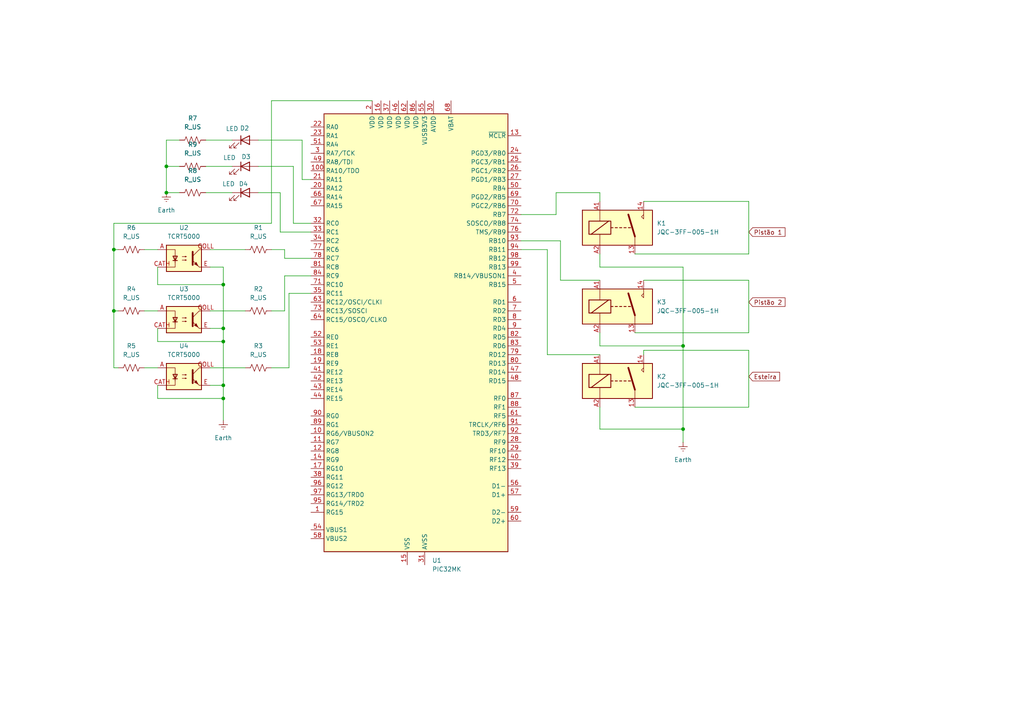
<source format=kicad_sch>
(kicad_sch (version 20250114) (generator "eeschema") (generator_version "9.0")
  (paper "A4")
  (lib_symbols
    (symbol "Device:LED" (pin_numbers (hide yes)) (pin_names (offset 1.016) (hide yes))
      (property "Reference" "D" (at 0 2.54 0))
      (property "Value" "LED" (at 0 -2.54 0))
      (symbol "LED_0_1"
        (polyline (pts (xy -3.048 -0.762) (xy -4.572 -2.286) (xy -3.81 -2.286) (xy -4.572 -2.286) (xy -4.572 -1.524)))
        (polyline (pts (xy -1.778 -0.762) (xy -3.302 -2.286) (xy -2.54 -2.286) (xy -3.302 -2.286) (xy -3.302 -1.524)))
        (polyline (pts (xy -1.27 0) (xy 1.27 0)))
        (polyline (pts (xy -1.27 -1.27) (xy -1.27 1.27)) (stroke (width 0.254)))
        (polyline (pts (xy 1.27 -1.27) (xy 1.27 1.27) (xy -1.27 0) (xy 1.27 -1.27)) (stroke (width 0.254)))
      )
      (symbol "LED_1_1"
        (pin passive line (at -3.81 0 0) (length 2.54) (name "K") (number "1"))
        (pin passive line (at 3.81 0 180) (length 2.54) (name "A") (number "2"))
      )
    )
    (symbol "Device:R_US" (pin_numbers (hide yes)) (pin_names (offset 0))
      (property "Reference" "R" (at 2.54 0 90))
      (property "Value" "R_US" (at -2.54 0 90))
      (symbol "R_US_0_1"
        (polyline (pts (xy 0 2.286) (xy 0 2.54)))
        (polyline (pts (xy 0 2.286) (xy 1.016 1.905) (xy 0 1.524) (xy -1.016 1.143) (xy 0 0.762)))
        (polyline (pts (xy 0 0.762) (xy 1.016 0.381) (xy 0 0) (xy -1.016 -0.381) (xy 0 -0.762)))
        (polyline (pts (xy 0 -0.762) (xy 1.016 -1.143) (xy 0 -1.524) (xy -1.016 -1.905) (xy 0 -2.286)))
        (polyline (pts (xy 0 -2.286) (xy 0 -2.54)))
      )
      (symbol "R_US_1_1"
        (pin passive line (at 0 3.81 270) (length 1.27) (name "~") (number "1"))
        (pin passive line (at 0 -3.81 90) (length 1.27) (name "~") (number "2"))
      )
    )
    (symbol "MCU_Microchip_PIC32:PIC32MK1024GPD100-xPT"
      (property "Reference" "U" (at -19.05 64.77 0))
      (property "Value" "PIC32MK1024GPD100-xPT" (at 6.35 -67.31 0))
      (symbol "PIC32MK1024GPD100-xPT_0_1"
        (rectangle (start -26.67 62.23) (end 26.67 -64.77) (stroke (width 0.254)) (fill (type background)))
      )
      (symbol "PIC32MK1024GPD100-xPT_1_1"
        (pin bidirectional line (at -30.48 58.42 0) (length 3.81) (name "RA0") (number "22"))
        (pin bidirectional line (at -30.48 55.88 0) (length 3.81) (name "RA1") (number "23"))
        (pin bidirectional line (at -30.48 53.34 0) (length 3.81) (name "RA4") (number "51"))
        (pin bidirectional line (at -30.48 50.8 0) (length 3.81) (name "RA7/TCK") (number "3"))
        (pin bidirectional line (at -30.48 48.26 0) (length 3.81) (name "RA8/TDI") (number "49"))
        (pin bidirectional line (at -30.48 45.72 0) (length 3.81) (name "RA10/TDO") (number "100"))
        (pin bidirectional line (at -30.48 43.18 0) (length 3.81) (name "RA11") (number "21"))
        (pin bidirectional line (at -30.48 40.64 0) (length 3.81) (name "RA12") (number "20"))
        (pin bidirectional line (at -30.48 38.1 0) (length 3.81) (name "RA14") (number "66"))
        (pin bidirectional line (at -30.48 35.56 0) (length 3.81) (name "RA15") (number "67"))
        (pin bidirectional line (at -30.48 30.48 0) (length 3.81) (name "RC0") (number "32"))
        (pin bidirectional line (at -30.48 27.94 0) (length 3.81) (name "RC1") (number "33"))
        (pin bidirectional line (at -30.48 25.4 0) (length 3.81) (name "RC2") (number "34"))
        (pin bidirectional line (at -30.48 22.86 0) (length 3.81) (name "RC6") (number "77"))
        (pin bidirectional line (at -30.48 20.32 0) (length 3.81) (name "RC7") (number "78"))
        (pin bidirectional line (at -30.48 17.78 0) (length 3.81) (name "RC8") (number "81"))
        (pin bidirectional line (at -30.48 15.24 0) (length 3.81) (name "RC9") (number "84"))
        (pin bidirectional line (at -30.48 12.7 0) (length 3.81) (name "RC10") (number "71"))
        (pin bidirectional line (at -30.48 10.16 0) (length 3.81) (name "RC11") (number "35"))
        (pin bidirectional line (at -30.48 7.62 0) (length 3.81) (name "RC12/OSCI/CLKI") (number "63"))
        (pin bidirectional line (at -30.48 5.08 0) (length 3.81) (name "RC13/SOSCI") (number "73"))
        (pin bidirectional line (at -30.48 2.54 0) (length 3.81) (name "RC15/OSCO/CLKO") (number "64"))
        (pin bidirectional line (at -30.48 -2.54 0) (length 3.81) (name "RE0") (number "52"))
        (pin bidirectional line (at -30.48 -5.08 0) (length 3.81) (name "RE1") (number "53"))
        (pin bidirectional line (at -30.48 -7.62 0) (length 3.81) (name "RE8") (number "18"))
        (pin bidirectional line (at -30.48 -10.16 0) (length 3.81) (name "RE9") (number "19"))
        (pin bidirectional line (at -30.48 -12.7 0) (length 3.81) (name "RE12") (number "41"))
        (pin bidirectional line (at -30.48 -15.24 0) (length 3.81) (name "RE13") (number "42"))
        (pin bidirectional line (at -30.48 -17.78 0) (length 3.81) (name "RE14") (number "43"))
        (pin bidirectional line (at -30.48 -20.32 0) (length 3.81) (name "RE15") (number "44"))
        (pin bidirectional line (at -30.48 -25.4 0) (length 3.81) (name "RG0") (number "90"))
        (pin bidirectional line (at -30.48 -27.94 0) (length 3.81) (name "RG1") (number "89"))
        (pin bidirectional line (at -30.48 -30.48 0) (length 3.81) (name "RG6/VBUSON2") (number "10"))
        (pin bidirectional line (at -30.48 -33.02 0) (length 3.81) (name "RG7") (number "11"))
        (pin bidirectional line (at -30.48 -35.56 0) (length 3.81) (name "RG8") (number "12"))
        (pin bidirectional line (at -30.48 -38.1 0) (length 3.81) (name "RG9") (number "14"))
        (pin bidirectional line (at -30.48 -40.64 0) (length 3.81) (name "RG10") (number "17"))
        (pin bidirectional line (at -30.48 -43.18 0) (length 3.81) (name "RG11") (number "38"))
        (pin bidirectional line (at -30.48 -45.72 0) (length 3.81) (name "RG12") (number "96"))
        (pin bidirectional line (at -30.48 -48.26 0) (length 3.81) (name "RG13/TRD0") (number "97"))
        (pin bidirectional line (at -30.48 -50.8 0) (length 3.81) (name "RG14/TRD2") (number "95"))
        (pin bidirectional line (at -30.48 -53.34 0) (length 3.81) (name "RG15") (number "1"))
        (pin input line (at -30.48 -58.42 0) (length 3.81) (name "VBUS1") (number "54"))
        (pin input line (at -30.48 -60.96 0) (length 3.81) (name "VBUS2") (number "58"))
        (pin power_in line (at -12.7 66.04 270) (length 3.81) (name "VDD") (number "2"))
        (pin power_in line (at -10.16 66.04 270) (length 3.81) (name "VDD") (number "16"))
        (pin power_in line (at -7.62 66.04 270) (length 3.81) (name "VDD") (number "37"))
        (pin power_in line (at -5.08 66.04 270) (length 3.81) (name "VDD") (number "46"))
        (pin power_in line (at -2.54 66.04 270) (length 3.81) (name "VDD") (number "62"))
        (pin power_in line (at -2.54 -68.58 90) (length 3.81) (name "VSS") (number "15"))
        (pin passive line (at -2.54 -68.58 90) (length 3.81) (hide yes) (name "VSS") (number "36"))
        (pin passive line (at -2.54 -68.58 90) (length 3.81) (hide yes) (name "VSS") (number "45"))
        (pin passive line (at -2.54 -68.58 90) (length 3.81) (hide yes) (name "VSS") (number "65"))
        (pin passive line (at -2.54 -68.58 90) (length 3.81) (hide yes) (name "VSS") (number "75"))
        (pin passive line (at -2.54 -68.58 90) (length 3.81) (hide yes) (name "VSS") (number "85"))
        (pin power_in line (at 0 66.04 270) (length 3.81) (name "VDD") (number "86"))
        (pin power_in line (at 2.54 66.04 270) (length 3.81) (name "VUSB3V3") (number "55"))
        (pin power_in line (at 2.54 -68.58 90) (length 3.81) (name "AVSS") (number "31"))
        (pin power_in line (at 5.08 66.04 270) (length 3.81) (name "AVDD") (number "30"))
        (pin power_in line (at 10.16 66.04 270) (length 3.81) (name "VBAT") (number "68"))
        (pin input line (at 30.48 55.88 180) (length 3.81) (name "~{MCLR}") (number "13"))
        (pin bidirectional line (at 30.48 50.8 180) (length 3.81) (name "PGD3/RB0") (number "24"))
        (pin bidirectional line (at 30.48 48.26 180) (length 3.81) (name "PGC3/RB1") (number "25"))
        (pin bidirectional line (at 30.48 45.72 180) (length 3.81) (name "PGC1/RB2") (number "26"))
        (pin bidirectional line (at 30.48 43.18 180) (length 3.81) (name "PGD1/RB3") (number "27"))
        (pin bidirectional line (at 30.48 40.64 180) (length 3.81) (name "RB4") (number "50"))
        (pin bidirectional line (at 30.48 38.1 180) (length 3.81) (name "PGD2/RB5") (number "69"))
        (pin bidirectional line (at 30.48 35.56 180) (length 3.81) (name "PGC2/RB6") (number "70"))
        (pin bidirectional line (at 30.48 33.02 180) (length 3.81) (name "RB7") (number "72"))
        (pin bidirectional line (at 30.48 30.48 180) (length 3.81) (name "SOSCO/RB8") (number "74"))
        (pin bidirectional line (at 30.48 27.94 180) (length 3.81) (name "TMS/RB9") (number "76"))
        (pin bidirectional line (at 30.48 25.4 180) (length 3.81) (name "RB10") (number "93"))
        (pin bidirectional line (at 30.48 22.86 180) (length 3.81) (name "RB11") (number "94"))
        (pin bidirectional line (at 30.48 20.32 180) (length 3.81) (name "RB12") (number "98"))
        (pin bidirectional line (at 30.48 17.78 180) (length 3.81) (name "RB13") (number "99"))
        (pin bidirectional line (at 30.48 15.24 180) (length 3.81) (name "RB14/VBUSON1") (number "4"))
        (pin bidirectional line (at 30.48 12.7 180) (length 3.81) (name "RB15") (number "5"))
        (pin bidirectional line (at 30.48 7.62 180) (length 3.81) (name "RD1") (number "6"))
        (pin bidirectional line (at 30.48 5.08 180) (length 3.81) (name "RD2") (number "7"))
        (pin bidirectional line (at 30.48 2.54 180) (length 3.81) (name "RD3") (number "8"))
        (pin bidirectional line (at 30.48 0 180) (length 3.81) (name "RD4") (number "9"))
        (pin bidirectional line (at 30.48 -2.54 180) (length 3.81) (name "RD5") (number "82"))
        (pin bidirectional line (at 30.48 -5.08 180) (length 3.81) (name "RD6") (number "83"))
        (pin bidirectional line (at 30.48 -7.62 180) (length 3.81) (name "RD12") (number "79"))
        (pin bidirectional line (at 30.48 -10.16 180) (length 3.81) (name "RD13") (number "80"))
        (pin bidirectional line (at 30.48 -12.7 180) (length 3.81) (name "RD14") (number "47"))
        (pin bidirectional line (at 30.48 -15.24 180) (length 3.81) (name "RD15") (number "48"))
        (pin bidirectional line (at 30.48 -20.32 180) (length 3.81) (name "RF0") (number "87"))
        (pin bidirectional line (at 30.48 -22.86 180) (length 3.81) (name "RF1") (number "88"))
        (pin bidirectional line (at 30.48 -25.4 180) (length 3.81) (name "RF5") (number "61"))
        (pin bidirectional line (at 30.48 -27.94 180) (length 3.81) (name "TRCLK/RF6") (number "91"))
        (pin bidirectional line (at 30.48 -30.48 180) (length 3.81) (name "TRD3/RF7") (number "92"))
        (pin bidirectional line (at 30.48 -33.02 180) (length 3.81) (name "RF9") (number "28"))
        (pin bidirectional line (at 30.48 -35.56 180) (length 3.81) (name "RF10") (number "29"))
        (pin bidirectional line (at 30.48 -38.1 180) (length 3.81) (name "RF12") (number "40"))
        (pin bidirectional line (at 30.48 -40.64 180) (length 3.81) (name "RF13") (number "39"))
        (pin bidirectional line (at 30.48 -45.72 180) (length 3.81) (name "D1-") (number "56"))
        (pin bidirectional line (at 30.48 -48.26 180) (length 3.81) (name "D1+") (number "57"))
        (pin bidirectional line (at 30.48 -53.34 180) (length 3.81) (name "D2-") (number "59"))
        (pin bidirectional line (at 30.48 -55.88 180) (length 3.81) (name "D2+") (number "60"))
      )
    )
    (symbol "Relay:JQC-3FF-005-1H"
      (property "Reference" "K" (at 11.43 3.81 0))
      (property "Value" "JQC-3FF-005-1H" (at 11.43 1.27 0))
      (symbol "JQC-3FF-005-1H_0_0"
        (polyline (pts (xy 7.62 5.08) (xy 7.62 2.54) (xy 6.985 3.175) (xy 7.62 3.81)))
      )
      (symbol "JQC-3FF-005-1H_0_1"
        (rectangle (start -10.16 5.08) (end 10.16 -5.08) (stroke (width 0.254)) (fill (type background)))
        (rectangle (start -8.255 1.905) (end -1.905 -1.905) (stroke (width 0.254)))
        (polyline (pts (xy -7.62 -1.905) (xy -2.54 1.905)) (stroke (width 0.254)))
        (polyline (pts (xy -5.08 5.08) (xy -5.08 1.905)))
        (polyline (pts (xy -5.08 -5.08) (xy -5.08 -1.905)))
        (polyline (pts (xy -1.905 0) (xy -1.27 0)) (stroke (width 0.254)))
        (polyline (pts (xy -0.635 0) (xy 0 0)) (stroke (width 0.254)))
        (polyline (pts (xy 0.635 0) (xy 1.27 0)) (stroke (width 0.254)))
        (polyline (pts (xy 1.905 0) (xy 2.54 0)) (stroke (width 0.254)))
        (polyline (pts (xy 3.175 0) (xy 3.81 0)) (stroke (width 0.254)))
        (polyline (pts (xy 5.08 -2.54) (xy 3.175 3.81)) (stroke (width 0.508)))
        (polyline (pts (xy 5.08 -2.54) (xy 5.08 -5.08)))
      )
      (symbol "JQC-3FF-005-1H_1_1"
        (pin passive line (at -5.08 7.62 270) (length 2.54) (name "~") (number "A1"))
        (pin passive line (at -5.08 -7.62 90) (length 2.54) (name "~") (number "A2"))
        (pin passive line (at 5.08 -7.62 90) (length 2.54) (name "~") (number "13"))
        (pin passive line (at 7.62 7.62 270) (length 2.54) (name "~") (number "14"))
      )
    )
    (symbol "power:Earth" (power) (pin_numbers (hide yes)) (pin_names (offset 0) (hide yes))
      (property "Value" "Earth" (at 0 -3.81 0))
      (symbol "Earth_0_1"
        (polyline (pts (xy -0.635 -1.905) (xy 0.635 -1.905)))
        (polyline (pts (xy -0.127 -2.54) (xy 0.127 -2.54)))
        (polyline (pts (xy 0 -1.27) (xy 0 0)))
        (polyline (pts (xy 1.27 -1.27) (xy -1.27 -1.27)))
      )
      (symbol "Earth_1_1"
        (pin power_in line (at 0 0 270) (length 0) (name "~") (number "1"))
      )
    )
    (symbol "tcrt5000:TCRT5000"
      (property "Reference" "U" (at 0 5.08 0))
      (property "Value" "TCRT5000" (at 0 -5.08 0))
      (symbol "TCRT5000_0_1"
        (rectangle (start -5.08 3.81) (end 5.08 -3.81) (stroke (width 0.254)) (fill (type background)))
        (polyline (pts (xy -5.08 2.54) (xy -2.54 2.54) (xy -2.54 -1.27) (xy -2.54 0.635)))
        (polyline (pts (xy -3.175 -0.635) (xy -1.905 -0.635)) (stroke (width 0.254)))
        (polyline (pts (xy -2.54 -0.635) (xy -2.54 -2.54) (xy -5.08 -2.54)))
        (polyline (pts (xy -2.54 -0.635) (xy -3.175 0.635) (xy -1.905 0.635) (xy -2.54 -0.635)) (stroke (width 0.254)))
        (polyline (pts (xy -0.508 0.508) (xy 0.762 0.508) (xy 0.381 0.381) (xy 0.381 0.635) (xy 0.762 0.508)))
        (polyline (pts (xy -0.508 -0.508) (xy 0.762 -0.508) (xy 0.381 -0.635) (xy 0.381 -0.381) (xy 0.762 -0.508)))
        (polyline (pts (xy 2.54 1.905) (xy 2.54 -1.905) (xy 2.54 -1.905)) (stroke (width 0.508)))
        (polyline (pts (xy 2.54 0.635) (xy 4.445 2.54)))
        (polyline (pts (xy 3.048 -1.651) (xy 3.556 -1.143) (xy 4.064 -2.159) (xy 3.048 -1.651) (xy 3.048 -1.651)) (fill (type outline)))
        (polyline (pts (xy 4.445 2.54) (xy 5.08 2.54)))
        (polyline (pts (xy 4.445 -2.54) (xy 2.54 -0.635)) (fill (type outline)))
        (polyline (pts (xy 4.445 -2.54) (xy 5.08 -2.54)))
      )
      (symbol "TCRT5000_1_1"
        (pin passive line (at -7.62 2.54 0) (length 2.54) (name "~") (number "A"))
        (pin passive line (at -7.62 -2.54 0) (length 2.54) (name "~") (number "CATH"))
        (pin passive line (at 7.62 2.54 180) (length 2.54) (name "~") (number "COLL"))
        (pin passive line (at 7.62 -2.54 180) (length 2.54) (name "~") (number "E"))
      )
    )
  )
  (junction (at 64.77 115.57))
  (junction (at 64.77 99.06))
  (junction (at 48.26 55.88))
  (junction (at 198.12 124.46))
  (junction (at 64.77 95.25))
  (junction (at 64.77 111.76))
  (junction (at 33.02 72.39))
  (junction (at 33.02 90.17))
  (junction (at 198.12 100.33))
  (junction (at 48.26 48.26))
  (junction (at 64.77 82.55))
  (wire (pts (xy 59.69 48.26) (xy 67.31 48.26)))
  (wire (pts (xy 151.13 62.23) (xy 161.29 62.23)))
  (wire (pts (xy 161.29 62.23) (xy 161.29 55.88)))
  (wire (pts (xy 78.74 72.39) (xy 82.55 72.39)))
  (wire (pts (xy 158.75 102.87) (xy 173.99 102.87)))
  (wire (pts (xy 186.69 81.28) (xy 217.17 81.28)))
  (wire (pts (xy 33.02 72.39) (xy 33.02 90.17)))
  (wire (pts (xy 78.74 90.17) (xy 82.55 90.17)))
  (wire (pts (xy 74.93 48.26) (xy 85.09 48.26)))
  (wire (pts (xy 173.99 77.47) (xy 198.12 77.47)))
  (wire (pts (xy 151.13 69.85) (xy 162.56 69.85)))
  (wire (pts (xy 87.63 52.07) (xy 90.17 52.07)))
  (wire (pts (xy 184.15 118.11) (xy 217.17 118.11)))
  (wire (pts (xy 173.99 96.52) (xy 173.99 100.33)))
  (wire (pts (xy 33.02 72.39) (xy 34.29 72.39)))
  (wire (pts (xy 48.26 55.88) (xy 52.07 55.88)))
  (wire (pts (xy 45.72 115.57) (xy 64.77 115.57)))
  (wire (pts (xy 198.12 124.46) (xy 198.12 128.27)))
  (wire (pts (xy 74.93 55.88) (xy 81.28 55.88)))
  (wire (pts (xy 60.96 95.25) (xy 64.77 95.25)))
  (wire (pts (xy 161.29 55.88) (xy 173.99 55.88)))
  (wire (pts (xy 82.55 74.93) (xy 90.17 74.93)))
  (wire (pts (xy 60.96 77.47) (xy 64.77 77.47)))
  (wire (pts (xy 33.02 106.68) (xy 33.02 90.17)))
  (wire (pts (xy 48.26 40.64) (xy 48.26 48.26)))
  (wire (pts (xy 64.77 111.76) (xy 64.77 115.57)))
  (wire (pts (xy 41.91 90.17) (xy 45.72 90.17)))
  (wire (pts (xy 162.56 81.28) (xy 173.99 81.28)))
  (wire (pts (xy 78.74 106.68) (xy 83.82 106.68)))
  (wire (pts (xy 173.99 124.46) (xy 198.12 124.46)))
  (wire (pts (xy 151.13 72.39) (xy 158.75 72.39)))
  (wire (pts (xy 81.28 67.31) (xy 81.28 55.88)))
  (wire (pts (xy 48.26 48.26) (xy 48.26 55.88)))
  (wire (pts (xy 83.82 106.68) (xy 83.82 85.09)))
  (wire (pts (xy 90.17 64.77) (xy 85.09 64.77)))
  (wire (pts (xy 52.07 40.64) (xy 48.26 40.64)))
  (wire (pts (xy 45.72 111.76) (xy 45.72 115.57)))
  (wire (pts (xy 198.12 100.33) (xy 198.12 124.46)))
  (wire (pts (xy 186.69 102.87) (xy 186.69 101.6)))
  (wire (pts (xy 78.74 29.21) (xy 78.74 64.77)))
  (wire (pts (xy 59.69 55.88) (xy 67.31 55.88)))
  (wire (pts (xy 173.99 100.33) (xy 198.12 100.33)))
  (wire (pts (xy 74.93 40.64) (xy 87.63 40.64)))
  (wire (pts (xy 60.96 90.17) (xy 71.12 90.17)))
  (wire (pts (xy 162.56 69.85) (xy 162.56 81.28)))
  (wire (pts (xy 64.77 95.25) (xy 64.77 99.06)))
  (wire (pts (xy 184.15 96.52) (xy 217.17 96.52)))
  (wire (pts (xy 184.15 73.66) (xy 217.17 73.66)))
  (wire (pts (xy 60.96 111.76) (xy 64.77 111.76)))
  (wire (pts (xy 64.77 77.47) (xy 64.77 82.55)))
  (wire (pts (xy 83.82 85.09) (xy 90.17 85.09)))
  (wire (pts (xy 41.91 72.39) (xy 45.72 72.39)))
  (wire (pts (xy 173.99 73.66) (xy 173.99 77.47)))
  (wire (pts (xy 90.17 67.31) (xy 81.28 67.31)))
  (wire (pts (xy 173.99 55.88) (xy 173.99 58.42)))
  (wire (pts (xy 64.77 115.57) (xy 64.77 121.92)))
  (wire (pts (xy 45.72 82.55) (xy 64.77 82.55)))
  (wire (pts (xy 78.74 64.77) (xy 33.02 64.77)))
  (wire (pts (xy 85.09 64.77) (xy 85.09 48.26)))
  (wire (pts (xy 186.69 58.42) (xy 217.17 58.42)))
  (wire (pts (xy 60.96 106.68) (xy 71.12 106.68)))
  (wire (pts (xy 45.72 99.06) (xy 64.77 99.06)))
  (wire (pts (xy 107.95 29.21) (xy 78.74 29.21)))
  (wire (pts (xy 158.75 72.39) (xy 158.75 102.87)))
  (wire (pts (xy 198.12 77.47) (xy 198.12 100.33)))
  (wire (pts (xy 82.55 90.17) (xy 82.55 80.01)))
  (wire (pts (xy 64.77 99.06) (xy 64.77 111.76)))
  (wire (pts (xy 87.63 40.64) (xy 87.63 52.07)))
  (wire (pts (xy 52.07 48.26) (xy 48.26 48.26)))
  (wire (pts (xy 41.91 106.68) (xy 45.72 106.68)))
  (wire (pts (xy 186.69 101.6) (xy 217.17 101.6)))
  (wire (pts (xy 82.55 80.01) (xy 90.17 80.01)))
  (wire (pts (xy 60.96 72.39) (xy 71.12 72.39)))
  (wire (pts (xy 64.77 82.55) (xy 64.77 95.25)))
  (wire (pts (xy 33.02 90.17) (xy 34.29 90.17)))
  (wire (pts (xy 34.29 106.68) (xy 33.02 106.68)))
  (wire (pts (xy 59.69 40.64) (xy 67.31 40.64)))
  (wire (pts (xy 82.55 72.39) (xy 82.55 74.93)))
  (wire (pts (xy 45.72 77.47) (xy 45.72 82.55)))
  (wire (pts (xy 217.17 58.42) (xy 217.17 73.66)))
  (wire (pts (xy 217.17 101.6) (xy 217.17 118.11)))
  (wire (pts (xy 33.02 64.77) (xy 33.02 72.39)))
  (wire (pts (xy 173.99 118.11) (xy 173.99 124.46)))
  (wire (pts (xy 217.17 81.28) (xy 217.17 96.52)))
  (wire (pts (xy 45.72 95.25) (xy 45.72 99.06)))
  (global_label "Esteira" (shape input) (at 217.17 109.22 0) (property "Intersheetrefs" "${INTERSHEET_REFS}" (effects (hide yes))))
  (global_label "Pistão 2" (shape input) (at 217.17 87.63 0) (property "Intersheetrefs" "${INTERSHEET_REFS}" (effects (hide yes))))
  (global_label "Pistão 1" (shape input) (at 217.17 67.31 0) (property "Intersheetrefs" "${INTERSHEET_REFS}" (effects (hide yes))))
  (symbol (lib_id "tcrt5000:TCRT5000") (at 53.34 92.71 0) (unit 1)
    (property "Reference" "U3" (at 53.34 83.82 0))
    (property "Value" "TCRT5000" (at 53.34 86.36 0))
    (property "Footprint" "tcrt5000:tcrt5000" (effects (hide yes)))
    (property "Datasheet" "https://www.vishay.com/docs/83760/tcrt5000.pdf" (effects (hide yes)))
  )
  (symbol (lib_id "power:Earth") (at 48.26 55.88 0) (unit 1)
    (property "Reference" "#PWR02" (effects (hide yes)))
    (property "Value" "Earth" (at 48.26 60.96 0))
    (property "Description" "Power symbol creates a global label with name \"Earth\"" (effects (hide yes)))
  )
  (symbol (lib_id "tcrt5000:TCRT5000") (at 53.34 74.93 0) (unit 1)
    (property "Reference" "U2" (at 53.34 66.04 0))
    (property "Value" "TCRT5000" (at 53.34 68.58 0))
    (property "Footprint" "tcrt5000:tcrt5000" (effects (hide yes)))
    (property "Datasheet" "https://www.vishay.com/docs/83760/tcrt5000.pdf" (effects (hide yes)))
  )
  (symbol (lib_id "Relay:JQC-3FF-005-1H") (at 179.07 110.49 0) (unit 1)
    (property "Reference" "K2" (at 190.5 109.2199 0) (effects (justify left)))
    (property "Value" "JQC-3FF-005-1H" (at 190.5 111.7599 0) (effects (justify left)))
    (property "Footprint" "Relay_THT:Relay_SPST_Hongfa_JQC-3FF_0XX-1H" (effects (hide yes)))
    (property "Datasheet" "https://www.digikey.com/htmldatasheets/production/2071105/0/0/1/JQC-3FF.pdf" (effects (hide yes)))
    (property "Description" "Subminiature High Power SPST NO Relay, 5V Coil nom. 0.36W, 15A switching current, max 10A@277VAC/28VDC" (effects (hide yes)))
  )
  (symbol (lib_id "Device:R_US") (at 55.88 40.64 90) (unit 1)
    (property "Reference" "R7" (at 55.88 34.29 90))
    (property "Value" "R_US" (at 55.88 36.83 90))
    (property "Description" "Resistor, US symbol" (effects (hide yes)))
  )
  (symbol (lib_id "Device:LED") (at 71.12 40.64 0) (unit 1)
    (property "Reference" "D2" (at 70.9295 37.1852 0))
    (property "Value" "LED" (at 67.31 37.338 0))
    (property "Description" "Light emitting diode" (effects (hide yes)))
    (property "Sim.Pins" "1=K 2=A" (effects (hide yes)))
  )
  (symbol (lib_id "Device:R_US") (at 74.93 72.39 90) (unit 1)
    (property "Reference" "R1" (at 74.93 66.04 90))
    (property "Value" "R_US" (at 74.93 68.58 90))
    (property "Description" "Resistor, US symbol" (effects (hide yes)))
  )
  (symbol (lib_id "Device:R_US") (at 38.1 72.39 90) (unit 1)
    (property "Reference" "R6" (at 38.1 66.04 90))
    (property "Value" "R_US" (at 38.1 68.58 90))
    (property "Description" "Resistor, US symbol" (effects (hide yes)))
  )
  (symbol (lib_id "power:Earth") (at 64.77 121.92 0) (unit 1)
    (property "Reference" "#PWR01" (effects (hide yes)))
    (property "Value" "Earth" (at 64.77 127 0))
    (property "Description" "Power symbol creates a global label with name \"Earth\"" (effects (hide yes)))
  )
  (symbol (lib_id "Relay:JQC-3FF-005-1H") (at 179.07 88.9 0) (unit 1)
    (property "Reference" "K3" (at 190.5 87.6299 0) (effects (justify left)))
    (property "Value" "JQC-3FF-005-1H" (at 190.5 90.1699 0) (effects (justify left)))
    (property "Footprint" "Relay_THT:Relay_SPST_Hongfa_JQC-3FF_0XX-1H" (effects (hide yes)))
    (property "Datasheet" "https://www.digikey.com/htmldatasheets/production/2071105/0/0/1/JQC-3FF.pdf" (effects (hide yes)))
    (property "Description" "Subminiature High Power SPST NO Relay, 5V Coil nom. 0.36W, 15A switching current, max 10A@277VAC/28VDC" (effects (hide yes)))
  )
  (symbol (lib_id "Device:LED") (at 71.12 48.26 0) (unit 1)
    (property "Reference" "D3" (at 71.374 45.466 0))
    (property "Value" "LED" (at 66.548 45.72 0))
    (property "Description" "Light emitting diode" (effects (hide yes)))
    (property "Sim.Pins" "1=K 2=A" (effects (hide yes)))
  )
  (symbol (lib_id "Device:R_US") (at 55.88 55.88 90) (unit 1)
    (property "Reference" "R8" (at 55.88 49.53 90))
    (property "Value" "R_US" (at 55.88 52.07 90))
    (property "Description" "Resistor, US symbol" (effects (hide yes)))
  )
  (symbol (lib_id "tcrt5000:TCRT5000") (at 53.34 109.22 0) (unit 1)
    (property "Reference" "U4" (at 53.34 100.33 0))
    (property "Value" "TCRT5000" (at 53.34 102.87 0))
    (property "Footprint" "tcrt5000:tcrt5000" (effects (hide yes)))
    (property "Datasheet" "https://www.vishay.com/docs/83760/tcrt5000.pdf" (effects (hide yes)))
  )
  (symbol (lib_id "Device:R_US") (at 38.1 90.17 90) (unit 1)
    (property "Reference" "R4" (at 38.1 83.82 90))
    (property "Value" "R_US" (at 38.1 86.36 90))
    (property "Description" "Resistor, US symbol" (effects (hide yes)))
  )
  (symbol (lib_id "Device:R_US") (at 55.88 48.26 90) (unit 1)
    (property "Reference" "R9" (at 55.88 41.91 90))
    (property "Value" "R_US" (at 55.88 44.45 90))
    (property "Description" "Resistor, US symbol" (effects (hide yes)))
  )
  (symbol (lib_id "Device:R_US") (at 38.1 106.68 270) (unit 1)
    (property "Reference" "R5" (at 38.1 100.33 90))
    (property "Value" "R_US" (at 38.1 102.87 90))
    (property "Description" "Resistor, US symbol" (effects (hide yes)))
  )
  (symbol (lib_id "Relay:JQC-3FF-005-1H") (at 179.07 66.04 0) (unit 1)
    (property "Reference" "K1" (at 190.5 64.7699 0) (effects (justify left)))
    (property "Value" "JQC-3FF-005-1H" (at 190.5 67.3099 0) (effects (justify left)))
    (property "Footprint" "Relay_THT:Relay_SPST_Hongfa_JQC-3FF_0XX-1H" (effects (hide yes)))
    (property "Datasheet" "https://www.digikey.com/htmldatasheets/production/2071105/0/0/1/JQC-3FF.pdf" (effects (hide yes)))
    (property "Description" "Subminiature High Power SPST NO Relay, 5V Coil nom. 0.36W, 15A switching current, max 10A@277VAC/28VDC" (effects (hide yes)))
  )
  (symbol (lib_id "power:Earth") (at 198.12 128.27 0) (unit 1)
    (property "Reference" "#PWR03" (effects (hide yes)))
    (property "Value" "Earth" (at 198.12 133.35 0))
    (property "Description" "Power symbol creates a global label with name \"Earth\"" (effects (hide yes)))
  )
  (symbol (lib_id "MCU_Microchip_PIC32:PIC32MK1024GPD100-xPT") (at 120.65 95.25 0) (unit 1)
    (property "Reference" "U1" (at 125.3333 162.56 0) (effects (justify left)))
    (property "Value" "PIC32MK" (at 125.3333 165.1 0) (effects (justify left)))
    (property "Footprint" "Package_QFP:TQFP-100_12x12mm_P0.4mm" (effects (hide yes)))
    (property "Datasheet" "http://ww1.microchip.com/downloads/en/DeviceDoc/PIC32MK_GP_MC_Familly_Datasheet_60001402G.pdf" (effects (hide yes)))
    (property "Description" "MIPS MCU, 120MHz, 1MB Flash, 256KB RAM, 2.3-3.6V, USB, TQFP-100" (effects (hide yes)))
  )
  (symbol (lib_id "Device:R_US") (at 74.93 106.68 90) (unit 1)
    (property "Reference" "R3" (at 74.93 100.33 90))
    (property "Value" "R_US" (at 74.93 102.87 90))
    (property "Description" "Resistor, US symbol" (effects (hide yes)))
  )
  (symbol (lib_id "Device:R_US") (at 74.93 90.17 90) (unit 1)
    (property "Reference" "R2" (at 74.93 83.82 90))
    (property "Value" "R_US" (at 74.93 86.36 90))
    (property "Description" "Resistor, US symbol" (effects (hide yes)))
  )
  (symbol (lib_id "Device:LED") (at 71.12 55.88 0) (unit 1)
    (property "Reference" "D4" (at 70.612 53.34 0))
    (property "Value" "LED" (at 66.294 53.34 0))
    (property "Description" "Light emitting diode" (effects (hide yes)))
    (property "Sim.Pins" "1=K 2=A" (effects (hide yes)))
  )
)
</source>
